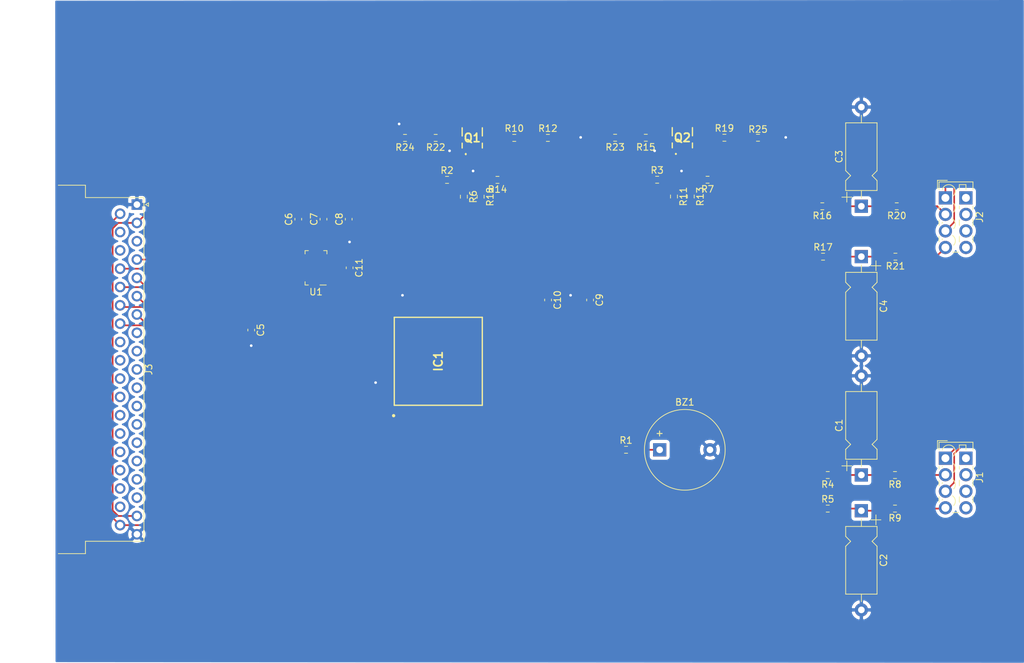
<source format=kicad_pcb>
(kicad_pcb (version 20171130) (host pcbnew "(5.1.10)-1")
  (layers (0 F.Cu signal) (31 B.Cu signal) (34 B.Paste user) (35 F.Paste user) (36 B.SilkS user) (37 F.SilkS user) (38 B.Mask user) (39 F.Mask user) (44 Edge.Cuts user))
  (net 0 "")
  (net 1 "Net-(IC1-Pad100)")
  (net 2 "Net-(IC1-Pad99)")
  (net 3 "Net-(IC1-Pad98)")
  (net 4 "Net-(IC1-Pad97)")
  (net 5 "Net-(IC1-Pad96)")
  (net 6 "Net-(IC1-Pad95)")
  (net 7 GND)
  (net 8 "Net-(IC1-Pad93)")
  (net 9 "Net-(IC1-Pad92)")
  (net 10 "Net-(IC1-Pad91)")
  (net 11 "Net-(IC1-Pad90)")
  (net 12 "Net-(IC1-Pad89)")
  (net 13 "Net-(IC1-Pad88)")
  (net 14 "Net-(IC1-Pad87)")
  (net 15 "Net-(IC1-Pad86)")
  (net 16 "Net-(IC1-Pad85)")
  (net 17 "Net-(IC1-Pad84)")
  (net 18 "Net-(IC1-Pad83)")
  (net 19 "Net-(IC1-Pad82)")
  (net 20 "Net-(IC1-Pad81)")
  (net 21 +3V3)
  (net 22 "Net-(IC1-Pad73)")
  (net 23 /Fire_D)
  (net 24 /Fire_C)
  (net 25 /Fire_B)
  (net 26 /Fire_A)
  (net 27 /Sense_D)
  (net 28 /Sense_C)
  (net 29 /Sense_B)
  (net 30 /Sense_A)
  (net 31 /Fire_Redundant)
  (net 32 /Fire)
  (net 33 "Net-(IC1-Pad62)")
  (net 34 "Net-(C10-Pad2)")
  (net 35 "Net-(C9-Pad2)")
  (net 36 /Alert_Active)
  (net 37 /SWCLK)
  (net 38 /SWDIO)
  (net 39 /Alert_sda)
  (net 40 /Alert_scl)
  (net 41 "Net-(IC1-Pad51)")
  (net 42 "Net-(IC1-Pad50)")
  (net 43 "Net-(IC1-Pad49)")
  (net 44 "Net-(IC1-Pad48)")
  (net 45 "Net-(IC1-Pad47)")
  (net 46 "Net-(IC1-Pad46)")
  (net 47 "Net-(IC1-Pad43)")
  (net 48 "Net-(IC1-Pad42)")
  (net 49 "Net-(IC1-Pad41)")
  (net 50 "Net-(IC1-Pad40)")
  (net 51 "Net-(IC1-Pad39)")
  (net 52 "Net-(IC1-Pad38)")
  (net 53 "Net-(IC1-Pad37)")
  (net 54 "Net-(IC1-Pad36)")
  (net 55 "Net-(IC1-Pad35)")
  (net 56 "Net-(IC1-Pad34)")
  (net 57 "Net-(IC1-Pad33)")
  (net 58 "Net-(IC1-Pad32)")
  (net 59 /Buzzer_Excitation)
  (net 60 "Net-(IC1-Pad30)")
  (net 61 "Net-(IC1-Pad29)")
  (net 62 "Net-(IC1-Pad28)")
  (net 63 "Net-(IC1-Pad27)")
  (net 64 "Net-(IC1-Pad26)")
  (net 65 "Net-(IC1-Pad25)")
  (net 66 "Net-(IC1-Pad24)")
  (net 67 "Net-(IC1-Pad23)")
  (net 68 "Net-(IC1-Pad22)")
  (net 69 "Net-(IC1-Pad21)")
  (net 70 "Net-(IC1-Pad20)")
  (net 71 "Net-(IC1-Pad19)")
  (net 72 "Net-(IC1-Pad18)")
  (net 73 "Net-(IC1-Pad17)")
  (net 74 /NRST)
  (net 75 "Net-(IC1-Pad13)")
  (net 76 "Net-(IC1-Pad12)")
  (net 77 "Net-(IC1-Pad11)")
  (net 78 "Net-(IC1-Pad10)")
  (net 79 "Net-(IC1-Pad9)")
  (net 80 "Net-(IC1-Pad8)")
  (net 81 "Net-(IC1-Pad7)")
  (net 82 "Net-(IC1-Pad6)")
  (net 83 "Net-(IC1-Pad5)")
  (net 84 "Net-(IC1-Pad4)")
  (net 85 "Net-(IC1-Pad3)")
  (net 86 "Net-(IC1-Pad2)")
  (net 87 "Net-(IC1-Pad1)")
  (net 88 "Net-(BZ1-Pad1)")
  (net 89 +5V)
  (net 90 "Net-(C1-Pad1)")
  (net 91 "Net-(C2-Pad1)")
  (net 92 "Net-(J1-Pad2)")
  (net 93 "Net-(J1-Pad4)")
  (net 94 /Fet_A)
  (net 95 /Fet_C)
  (net 96 "Net-(C3-Pad1)")
  (net 97 "Net-(C4-Pad1)")
  (net 98 "Net-(J2-Pad2)")
  (net 99 "Net-(J2-Pad4)")
  (net 100 /Fet_B)
  (net 101 /Fet_D)
  (net 102 /Sheet61A437B4/t_mosi)
  (net 103 /Sheet61A437B4/t_clk)
  (net 104 "Net-(J3-Pad30)")
  (net 105 "Net-(J3-Pad29)")
  (net 106 "Net-(J3-Pad28)")
  (net 107 "Net-(J3-Pad27)")
  (net 108 /Sheet61A437B4/t_miso)
  (net 109 "Net-(J3-Pad12)")
  (net 110 "Net-(J3-Pad11)")
  (net 111 "Net-(J3-Pad10)")
  (net 112 "Net-(J3-Pad9)")
  (net 113 "Net-(J3-Pad8)")
  (net 114 "Net-(Q1-Pad4)")
  (net 115 "Net-(Q1-Pad2)")
  (net 116 "Net-(Q2-Pad4)")
  (net 117 "Net-(Q2-Pad2)")
  (net 118 "Net-(IC1-Pad72)")
  (net 119 "Net-(IC1-Pad71)")
  (net 120 "Net-(IC1-Pad70)")
  (net 121 "Net-(IC1-Pad69)")
  (net 122 "Net-(IC1-Pad68)")
  (net 123 "Net-(IC1-Pad67)")
  (net 124 "Net-(IC1-Pad66)")
  (net 125 "Net-(IC1-Pad65)")
  (net 126 "Net-(IC1-Pad64)")
  (net 127 "Net-(IC1-Pad63)")
  (net 128 "Net-(IC1-Pad53)")
  (net 129 "Net-(IC1-Pad52)")
  (net 130 "Net-(J3-Pad36)")
  (net 131 "Net-(J3-Pad35)")
  (net 132 "Net-(J3-Pad34)")
  (net 133 "Net-(J3-Pad33)")
  (net 134 "Net-(J3-Pad32)")
  (net 135 "Net-(J3-Pad31)")
  (net 136 "Net-(J3-Pad17)")
  (net 137 "Net-(J3-Pad16)")
  (net 138 "Net-(J3-Pad15)")
  (net 139 "Net-(J3-Pad14)")
  (net 140 "Net-(J3-Pad13)")
  (module Connector_Dsub:DSUB-37_Male_Horizontal_P2.77x2.54mm_EdgePinOffset9.40mm (layer F.Cu) (at 34.036 69.596 270)
    (fp_text reference J3 (at 24.93 -1.8 90) (layer F.SilkS))
    (fp_text value DB37_Male)
    (pad 37 thru_hole circle (at 48.475 2.54 270) (size 1.6 1.6) (drill 1) (layers *.Cu *.Mask) (net 89 +5V))
    (pad 36 thru_hole circle (at 45.705 2.54 270) (size 1.6 1.6) (drill 1) (layers *.Cu *.Mask) (net 130 "Net-(J3-Pad36)"))
    (pad 35 thru_hole circle (at 42.935 2.54 270) (size 1.6 1.6) (drill 1) (layers *.Cu *.Mask) (net 131 "Net-(J3-Pad35)"))
    (pad 34 thru_hole circle (at 40.165 2.54 270) (size 1.6 1.6) (drill 1) (layers *.Cu *.Mask) (net 132 "Net-(J3-Pad34)"))
    (pad 33 thru_hole circle (at 37.395 2.54 270) (size 1.6 1.6) (drill 1) (layers *.Cu *.Mask) (net 133 "Net-(J3-Pad33)"))
    (pad 32 thru_hole circle (at 34.625 2.54 270) (size 1.6 1.6) (drill 1) (layers *.Cu *.Mask) (net 134 "Net-(J3-Pad32)"))
    (pad 31 thru_hole circle (at 31.855 2.54 270) (size 1.6 1.6) (drill 1) (layers *.Cu *.Mask) (net 135 "Net-(J3-Pad31)"))
    (pad 30 thru_hole circle (at 29.085 2.54 270) (size 1.6 1.6) (drill 1) (layers *.Cu *.Mask) (net 104 "Net-(J3-Pad30)"))
    (pad 29 thru_hole circle (at 26.315 2.54 270) (size 1.6 1.6) (drill 1) (layers *.Cu *.Mask) (net 105 "Net-(J3-Pad29)"))
    (pad 28 thru_hole circle (at 23.545 2.54 270) (size 1.6 1.6) (drill 1) (layers *.Cu *.Mask) (net 106 "Net-(J3-Pad28)"))
    (pad 27 thru_hole circle (at 20.775 2.54 270) (size 1.6 1.6) (drill 1) (layers *.Cu *.Mask) (net 107 "Net-(J3-Pad27)"))
    (pad 26 thru_hole circle (at 18.005 2.54 270) (size 1.6 1.6) (drill 1) (layers *.Cu *.Mask) (net 31 /Fire_Redundant))
    (pad 25 thru_hole circle (at 15.235 2.54 270) (size 1.6 1.6) (drill 1) (layers *.Cu *.Mask) (net 74 /NRST))
    (pad 24 thru_hole circle (at 12.465 2.54 270) (size 1.6 1.6) (drill 1) (layers *.Cu *.Mask) (net 39 /Alert_sda))
    (pad 23 thru_hole circle (at 9.695 2.54 270) (size 1.6 1.6) (drill 1) (layers *.Cu *.Mask) (net 37 /SWCLK))
    (pad 22 thru_hole circle (at 6.925 2.54 270) (size 1.6 1.6) (drill 1) (layers *.Cu *.Mask) (net 103 /Sheet61A437B4/t_clk))
    (pad 21 thru_hole circle (at 4.155 2.54 270) (size 1.6 1.6) (drill 1) (layers *.Cu *.Mask) (net 102 /Sheet61A437B4/t_mosi))
    (pad 20 thru_hole circle (at 1.385 2.54 270) (size 1.6 1.6) (drill 1) (layers *.Cu *.Mask) (net 89 +5V))
    (pad 19 thru_hole circle (at 49.86 0 270) (size 1.6 1.6) (drill 1) (layers *.Cu *.Mask) (net 7 GND))
    (pad 18 thru_hole circle (at 47.09 0 270) (size 1.6 1.6) (drill 1) (layers *.Cu *.Mask) (net 21 +3V3))
    (pad 17 thru_hole circle (at 44.32 0 270) (size 1.6 1.6) (drill 1) (layers *.Cu *.Mask) (net 136 "Net-(J3-Pad17)"))
    (pad 16 thru_hole circle (at 41.55 0 270) (size 1.6 1.6) (drill 1) (layers *.Cu *.Mask) (net 137 "Net-(J3-Pad16)"))
    (pad 15 thru_hole circle (at 38.78 0 270) (size 1.6 1.6) (drill 1) (layers *.Cu *.Mask) (net 138 "Net-(J3-Pad15)"))
    (pad 14 thru_hole circle (at 36.01 0 270) (size 1.6 1.6) (drill 1) (layers *.Cu *.Mask) (net 139 "Net-(J3-Pad14)"))
    (pad 13 thru_hole circle (at 33.24 0 270) (size 1.6 1.6) (drill 1) (layers *.Cu *.Mask) (net 140 "Net-(J3-Pad13)"))
    (pad 12 thru_hole circle (at 30.47 0 270) (size 1.6 1.6) (drill 1) (layers *.Cu *.Mask) (net 109 "Net-(J3-Pad12)"))
    (pad 11 thru_hole circle (at 27.7 0 270) (size 1.6 1.6) (drill 1) (layers *.Cu *.Mask) (net 110 "Net-(J3-Pad11)"))
    (pad 10 thru_hole circle (at 24.93 0 270) (size 1.6 1.6) (drill 1) (layers *.Cu *.Mask) (net 111 "Net-(J3-Pad10)"))
    (pad 9 thru_hole circle (at 22.16 0 270) (size 1.6 1.6) (drill 1) (layers *.Cu *.Mask) (net 112 "Net-(J3-Pad9)"))
    (pad 8 thru_hole circle (at 19.39 0 270) (size 1.6 1.6) (drill 1) (layers *.Cu *.Mask) (net 113 "Net-(J3-Pad8)"))
    (pad 7 thru_hole circle (at 16.62 0 270) (size 1.6 1.6) (drill 1) (layers *.Cu *.Mask) (net 32 /Fire))
    (pad 6 thru_hole circle (at 13.85 0 270) (size 1.6 1.6) (drill 1) (layers *.Cu *.Mask) (net 36 /Alert_Active))
    (pad 5 thru_hole circle (at 11.08 0 270) (size 1.6 1.6) (drill 1) (layers *.Cu *.Mask) (net 40 /Alert_scl))
    (pad 4 thru_hole circle (at 8.31 0 270) (size 1.6 1.6) (drill 1) (layers *.Cu *.Mask) (net 38 /SWDIO))
    (pad 3 thru_hole circle (at 5.54 0 270) (size 1.6 1.6) (drill 1) (layers *.Cu *.Mask) (net 108 /Sheet61A437B4/t_miso))
    (pad 2 thru_hole circle (at 2.77 0 270) (size 1.6 1.6) (drill 1) (layers *.Cu *.Mask) (net 21 +3V3))
    (pad 1 thru_hole rect (at 0 0 270) (size 1.6 1.6) (drill 1) (layers *.Cu *.Mask) (net 7 GND))
  )
  (module SamacSys_Parts:QFP50P1600X1600X160-100N (layer F.Cu) (at 79.5782 93.2942 90)
    (fp_text reference IC1 (at 0 0 90) (layer F.SilkS) (effects (font (size 1.27 1.27) (thickness 0.254))))
    (fp_text value STM32L562VET6Q hide)
    (pad 100 smd rect (at -6 -7.738 90) (size 0.3 1.475) (layers F.Cu F.Paste F.Mask) (net 1 "Net-(IC1-Pad100)"))
    (pad 99 smd rect (at -5.5 -7.738 90) (size 0.3 1.475) (layers F.Cu F.Paste F.Mask) (net 2 "Net-(IC1-Pad99)"))
    (pad 98 smd rect (at -5 -7.738 90) (size 0.3 1.475) (layers F.Cu F.Paste F.Mask) (net 3 "Net-(IC1-Pad98)"))
    (pad 97 smd rect (at -4.5 -7.738 90) (size 0.3 1.475) (layers F.Cu F.Paste F.Mask) (net 4 "Net-(IC1-Pad97)"))
    (pad 96 smd rect (at -4 -7.738 90) (size 0.3 1.475) (layers F.Cu F.Paste F.Mask) (net 5 "Net-(IC1-Pad96)"))
    (pad 95 smd rect (at -3.5 -7.738 90) (size 0.3 1.475) (layers F.Cu F.Paste F.Mask) (net 6 "Net-(IC1-Pad95)"))
    (pad 94 smd rect (at -3 -7.738 90) (size 0.3 1.475) (layers F.Cu F.Paste F.Mask) (net 7 GND))
    (pad 93 smd rect (at -2.5 -7.738 90) (size 0.3 1.475) (layers F.Cu F.Paste F.Mask) (net 8 "Net-(IC1-Pad93)"))
    (pad 92 smd rect (at -2 -7.738 90) (size 0.3 1.475) (layers F.Cu F.Paste F.Mask) (net 9 "Net-(IC1-Pad92)"))
    (pad 91 smd rect (at -1.5 -7.738 90) (size 0.3 1.475) (layers F.Cu F.Paste F.Mask) (net 10 "Net-(IC1-Pad91)"))
    (pad 90 smd rect (at -1 -7.738 90) (size 0.3 1.475) (layers F.Cu F.Paste F.Mask) (net 11 "Net-(IC1-Pad90)"))
    (pad 89 smd rect (at -0.5 -7.738 90) (size 0.3 1.475) (layers F.Cu F.Paste F.Mask) (net 12 "Net-(IC1-Pad89)"))
    (pad 88 smd rect (at 0 -7.738 90) (size 0.3 1.475) (layers F.Cu F.Paste F.Mask) (net 13 "Net-(IC1-Pad88)"))
    (pad 87 smd rect (at 0.5 -7.738 90) (size 0.3 1.475) (layers F.Cu F.Paste F.Mask) (net 14 "Net-(IC1-Pad87)"))
    (pad 86 smd rect (at 1 -7.738 90) (size 0.3 1.475) (layers F.Cu F.Paste F.Mask) (net 15 "Net-(IC1-Pad86)"))
    (pad 85 smd rect (at 1.5 -7.738 90) (size 0.3 1.475) (layers F.Cu F.Paste F.Mask) (net 16 "Net-(IC1-Pad85)"))
    (pad 84 smd rect (at 2 -7.738 90) (size 0.3 1.475) (layers F.Cu F.Paste F.Mask) (net 17 "Net-(IC1-Pad84)"))
    (pad 83 smd rect (at 2.5 -7.738 90) (size 0.3 1.475) (layers F.Cu F.Paste F.Mask) (net 18 "Net-(IC1-Pad83)"))
    (pad 82 smd rect (at 3 -7.738 90) (size 0.3 1.475) (layers F.Cu F.Paste F.Mask) (net 19 "Net-(IC1-Pad82)"))
    (pad 81 smd rect (at 3.5 -7.738 90) (size 0.3 1.475) (layers F.Cu F.Paste F.Mask) (net 20 "Net-(IC1-Pad81)"))
    (pad 80 smd rect (at 4 -7.738 90) (size 0.3 1.475) (layers F.Cu F.Paste F.Mask) (net 36 /Alert_Active))
    (pad 79 smd rect (at 4.5 -7.738 90) (size 0.3 1.475) (layers F.Cu F.Paste F.Mask) (net 39 /Alert_sda))
    (pad 78 smd rect (at 5 -7.738 90) (size 0.3 1.475) (layers F.Cu F.Paste F.Mask) (net 40 /Alert_scl))
    (pad 77 smd rect (at 5.5 -7.738 90) (size 0.3 1.475) (layers F.Cu F.Paste F.Mask) (net 37 /SWCLK))
    (pad 76 smd rect (at 6 -7.738 90) (size 0.3 1.475) (layers F.Cu F.Paste F.Mask) (net 38 /SWDIO))
    (pad 75 smd rect (at 7.738 -6 180) (size 0.3 1.475) (layers F.Cu F.Paste F.Mask) (net 21 +3V3))
    (pad 74 smd rect (at 7.738 -5.5 180) (size 0.3 1.475) (layers F.Cu F.Paste F.Mask) (net 7 GND))
    (pad 73 smd rect (at 7.738 -5 180) (size 0.3 1.475) (layers F.Cu F.Paste F.Mask) (net 22 "Net-(IC1-Pad73)"))
    (pad 72 smd rect (at 7.738 -4.5 180) (size 0.3 1.475) (layers F.Cu F.Paste F.Mask) (net 118 "Net-(IC1-Pad72)"))
    (pad 71 smd rect (at 7.738 -4 180) (size 0.3 1.475) (layers F.Cu F.Paste F.Mask) (net 119 "Net-(IC1-Pad71)"))
    (pad 70 smd rect (at 7.738 -3.5 180) (size 0.3 1.475) (layers F.Cu F.Paste F.Mask) (net 120 "Net-(IC1-Pad70)"))
    (pad 69 smd rect (at 7.738 -3 180) (size 0.3 1.475) (layers F.Cu F.Paste F.Mask) (net 121 "Net-(IC1-Pad69)"))
    (pad 68 smd rect (at 7.738 -2.5 180) (size 0.3 1.475) (layers F.Cu F.Paste F.Mask) (net 122 "Net-(IC1-Pad68)"))
    (pad 67 smd rect (at 7.738 -2 180) (size 0.3 1.475) (layers F.Cu F.Paste F.Mask) (net 123 "Net-(IC1-Pad67)"))
    (pad 66 smd rect (at 7.738 -1.5 180) (size 0.3 1.475) (layers F.Cu F.Paste F.Mask) (net 124 "Net-(IC1-Pad66)"))
    (pad 65 smd rect (at 7.738 -1 180) (size 0.3 1.475) (layers F.Cu F.Paste F.Mask) (net 125 "Net-(IC1-Pad65)"))
    (pad 64 smd rect (at 7.738 -0.5 180) (size 0.3 1.475) (layers F.Cu F.Paste F.Mask) (net 126 "Net-(IC1-Pad64)"))
    (pad 63 smd rect (at 7.738 0 180) (size 0.3 1.475) (layers F.Cu F.Paste F.Mask) (net 127 "Net-(IC1-Pad63)"))
    (pad 62 smd rect (at 7.738 0.5 180) (size 0.3 1.475) (layers F.Cu F.Paste F.Mask) (net 33 "Net-(IC1-Pad62)"))
    (pad 61 smd rect (at 7.738 1 180) (size 0.3 1.475) (layers F.Cu F.Paste F.Mask) (net 29 /Sense_B))
    (pad 60 smd rect (at 7.738 1.5 180) (size 0.3 1.475) (layers F.Cu F.Paste F.Mask) (net 26 /Fire_A))
    (pad 59 smd rect (at 7.738 2 180) (size 0.3 1.475) (layers F.Cu F.Paste F.Mask) (net 25 /Fire_B))
    (pad 58 smd rect (at 7.738 2.5 180) (size 0.3 1.475) (layers F.Cu F.Paste F.Mask) (net 30 /Sense_A))
    (pad 57 smd rect (at 7.738 3 180) (size 0.3 1.475) (layers F.Cu F.Paste F.Mask) (net 27 /Sense_D))
    (pad 56 smd rect (at 7.738 3.5 180) (size 0.3 1.475) (layers F.Cu F.Paste F.Mask) (net 24 /Fire_C))
    (pad 55 smd rect (at 7.738 4 180) (size 0.3 1.475) (layers F.Cu F.Paste F.Mask) (net 23 /Fire_D))
    (pad 54 smd rect (at 7.738 4.5 180) (size 0.3 1.475) (layers F.Cu F.Paste F.Mask) (net 28 /Sense_C))
    (pad 53 smd rect (at 7.738 5 180) (size 0.3 1.475) (layers F.Cu F.Paste F.Mask) (net 128 "Net-(IC1-Pad53)"))
    (pad 52 smd rect (at 7.738 5.5 180) (size 0.3 1.475) (layers F.Cu F.Paste F.Mask) (net 129 "Net-(IC1-Pad52)"))
    (pad 51 smd rect (at 7.738 6 180) (size 0.3 1.475) (layers F.Cu F.Paste F.Mask) (net 41 "Net-(IC1-Pad51)"))
    (pad 50 smd rect (at 6 7.738 90) (size 0.3 1.475) (layers F.Cu F.Paste F.Mask) (net 42 "Net-(IC1-Pad50)"))
    (pad 49 smd rect (at 5.5 7.738 90) (size 0.3 1.475) (layers F.Cu F.Paste F.Mask) (net 43 "Net-(IC1-Pad49)"))
    (pad 48 smd rect (at 5 7.738 90) (size 0.3 1.475) (layers F.Cu F.Paste F.Mask) (net 44 "Net-(IC1-Pad48)"))
    (pad 47 smd rect (at 4.5 7.738 90) (size 0.3 1.475) (layers F.Cu F.Paste F.Mask) (net 45 "Net-(IC1-Pad47)"))
    (pad 46 smd rect (at 4 7.738 90) (size 0.3 1.475) (layers F.Cu F.Paste F.Mask) (net 46 "Net-(IC1-Pad46)"))
    (pad 45 smd rect (at 3.5 7.738 90) (size 0.3 1.475) (layers F.Cu F.Paste F.Mask) (net 34 "Net-(C10-Pad2)"))
    (pad 44 smd rect (at 3 7.738 90) (size 0.3 1.475) (layers F.Cu F.Paste F.Mask) (net 35 "Net-(C9-Pad2)"))
    (pad 43 smd rect (at 2.5 7.738 90) (size 0.3 1.475) (layers F.Cu F.Paste F.Mask) (net 47 "Net-(IC1-Pad43)"))
    (pad 42 smd rect (at 2 7.738 90) (size 0.3 1.475) (layers F.Cu F.Paste F.Mask) (net 48 "Net-(IC1-Pad42)"))
    (pad 41 smd rect (at 1.5 7.738 90) (size 0.3 1.475) (layers F.Cu F.Paste F.Mask) (net 49 "Net-(IC1-Pad41)"))
    (pad 40 smd rect (at 1 7.738 90) (size 0.3 1.475) (layers F.Cu F.Paste F.Mask) (net 50 "Net-(IC1-Pad40)"))
    (pad 39 smd rect (at 0.5 7.738 90) (size 0.3 1.475) (layers F.Cu F.Paste F.Mask) (net 51 "Net-(IC1-Pad39)"))
    (pad 38 smd rect (at 0 7.738 90) (size 0.3 1.475) (layers F.Cu F.Paste F.Mask) (net 52 "Net-(IC1-Pad38)"))
    (pad 37 smd rect (at -0.5 7.738 90) (size 0.3 1.475) (layers F.Cu F.Paste F.Mask) (net 53 "Net-(IC1-Pad37)"))
    (pad 36 smd rect (at -1 7.738 90) (size 0.3 1.475) (layers F.Cu F.Paste F.Mask) (net 54 "Net-(IC1-Pad36)"))
    (pad 35 smd rect (at -1.5 7.738 90) (size 0.3 1.475) (layers F.Cu F.Paste F.Mask) (net 55 "Net-(IC1-Pad35)"))
    (pad 34 smd rect (at -2 7.738 90) (size 0.3 1.475) (layers F.Cu F.Paste F.Mask) (net 56 "Net-(IC1-Pad34)"))
    (pad 33 smd rect (at -2.5 7.738 90) (size 0.3 1.475) (layers F.Cu F.Paste F.Mask) (net 57 "Net-(IC1-Pad33)"))
    (pad 32 smd rect (at -3 7.738 90) (size 0.3 1.475) (layers F.Cu F.Paste F.Mask) (net 58 "Net-(IC1-Pad32)"))
    (pad 31 smd rect (at -3.5 7.738 90) (size 0.3 1.475) (layers F.Cu F.Paste F.Mask) (net 59 /Buzzer_Excitation))
    (pad 30 smd rect (at -4 7.738 90) (size 0.3 1.475) (layers F.Cu F.Paste F.Mask) (net 60 "Net-(IC1-Pad30)"))
    (pad 29 smd rect (at -4.5 7.738 90) (size 0.3 1.475) (layers F.Cu F.Paste F.Mask) (net 61 "Net-(IC1-Pad29)"))
    (pad 28 smd rect (at -5 7.738 90) (size 0.3 1.475) (layers F.Cu F.Paste F.Mask) (net 62 "Net-(IC1-Pad28)"))
    (pad 27 smd rect (at -5.5 7.738 90) (size 0.3 1.475) (layers F.Cu F.Paste F.Mask) (net 63 "Net-(IC1-Pad27)"))
    (pad 26 smd rect (at -6 7.738 90) (size 0.3 1.475) (layers F.Cu F.Paste F.Mask) (net 64 "Net-(IC1-Pad26)"))
    (pad 25 smd rect (at -7.738 6 180) (size 0.3 1.475) (layers F.Cu F.Paste F.Mask) (net 65 "Net-(IC1-Pad25)"))
    (pad 24 smd rect (at -7.738 5.5 180) (size 0.3 1.475) (layers F.Cu F.Paste F.Mask) (net 66 "Net-(IC1-Pad24)"))
    (pad 23 smd rect (at -7.738 5 180) (size 0.3 1.475) (layers F.Cu F.Paste F.Mask) (net 67 "Net-(IC1-Pad23)"))
    (pad 22 smd rect (at -7.738 4.5 180) (size 0.3 1.475) (layers F.Cu F.Paste F.Mask) (net 68 "Net-(IC1-Pad22)"))
    (pad 21 smd rect (at -7.738 4 180) (size 0.3 1.475) (layers F.Cu F.Paste F.Mask) (net 69 "Net-(IC1-Pad21)"))
    (pad 20 smd rect (at -7.738 3.5 180) (size 0.3 1.475) (layers F.Cu F.Paste F.Mask) (net 70 "Net-(IC1-Pad20)"))
    (pad 19 smd rect (at -7.738 3 180) (size 0.3 1.475) (layers F.Cu F.Paste F.Mask) (net 71 "Net-(IC1-Pad19)"))
    (pad 18 smd rect (at -7.738 2.5 180) (size 0.3 1.475) (layers F.Cu F.Paste F.Mask) (net 72 "Net-(IC1-Pad18)"))
    (pad 17 smd rect (at -7.738 2 180) (size 0.3 1.475) (layers F.Cu F.Paste F.Mask) (net 73 "Net-(IC1-Pad17)"))
    (pad 16 smd rect (at -7.738 1.5 180) (size 0.3 1.475) (layers F.Cu F.Paste F.Mask) (net 31 /Fire_Redundant))
    (pad 15 smd rect (at -7.738 1 180) (size 0.3 1.475) (layers F.Cu F.Paste F.Mask) (net 32 /Fire))
    (pad 14 smd rect (at -7.738 0.5 180) (size 0.3 1.475) (layers F.Cu F.Paste F.Mask) (net 74 /NRST))
    (pad 13 smd rect (at -7.738 0 180) (size 0.3 1.475) (layers F.Cu F.Paste F.Mask) (net 75 "Net-(IC1-Pad13)"))
    (pad 12 smd rect (at -7.738 -0.5 180) (size 0.3 1.475) (layers F.Cu F.Paste F.Mask) (net 76 "Net-(IC1-Pad12)"))
    (pad 11 smd rect (at -7.738 -1 180) (size 0.3 1.475) (layers F.Cu F.Paste F.Mask) (net 77 "Net-(IC1-Pad11)"))
    (pad 10 smd rect (at -7.738 -1.5 180) (size 0.3 1.475) (layers F.Cu F.Paste F.Mask) (net 78 "Net-(IC1-Pad10)"))
    (pad 9 smd rect (at -7.738 -2 180) (size 0.3 1.475) (layers F.Cu F.Paste F.Mask) (net 79 "Net-(IC1-Pad9)"))
    (pad 8 smd rect (at -7.738 -2.5 180) (size 0.3 1.475) (layers F.Cu F.Paste F.Mask) (net 80 "Net-(IC1-Pad8)"))
    (pad 7 smd rect (at -7.738 -3 180) (size 0.3 1.475) (layers F.Cu F.Paste F.Mask) (net 81 "Net-(IC1-Pad7)"))
    (pad 6 smd rect (at -7.738 -3.5 180) (size 0.3 1.475) (layers F.Cu F.Paste F.Mask) (net 82 "Net-(IC1-Pad6)"))
    (pad 5 smd rect (at -7.738 -4 180) (size 0.3 1.475) (layers F.Cu F.Paste F.Mask) (net 83 "Net-(IC1-Pad5)"))
    (pad 4 smd rect (at -7.738 -4.5 180) (size 0.3 1.475) (layers F.Cu F.Paste F.Mask) (net 84 "Net-(IC1-Pad4)"))
    (pad 3 smd rect (at -7.738 -5 180) (size 0.3 1.475) (layers F.Cu F.Paste F.Mask) (net 85 "Net-(IC1-Pad3)"))
    (pad 2 smd rect (at -7.738 -5.5 180) (size 0.3 1.475) (layers F.Cu F.Paste F.Mask) (net 86 "Net-(IC1-Pad2)"))
    (pad 1 smd rect (at -7.738 -6 180) (size 0.3 1.475) (layers F.Cu F.Paste F.Mask) (net 87 "Net-(IC1-Pad1)"))
  )
  (module Capacitor_SMD:C_0603_1608Metric (layer F.Cu) (at 66.1797 79.1591 270)
    (fp_text reference C11 (at 0 -1.43 90) (layer F.SilkS))
    (fp_text value 100nF)
    (pad 2 smd roundrect (at 0.775 0 270) (size 0.9 0.95) (layers F.Cu F.Paste F.Mask) (net 21 +3V3))
    (pad 1 smd roundrect (at -0.775 0 270) (size 0.9 0.95) (layers F.Cu F.Paste F.Mask) (net 7 GND))
  )
  (module Capacitor_SMD:C_0603_1608Metric (layer F.Cu) (at 96.1644 84.0232 270)
    (fp_text reference C10 (at 0 -1.43 90) (layer F.SilkS))
    (fp_text value 30pF)
    (pad 2 smd roundrect (at 0.775 0 270) (size 0.9 0.95) (layers F.Cu F.Paste F.Mask) (net 34 "Net-(C10-Pad2)"))
    (pad 1 smd roundrect (at -0.775 0 270) (size 0.9 0.95) (layers F.Cu F.Paste F.Mask) (net 7 GND))
  )
  (module Capacitor_SMD:C_0603_1608Metric (layer F.Cu) (at 102.5144 84.0232 270)
    (fp_text reference C9 (at 0 -1.43 90) (layer F.SilkS))
    (fp_text value 30pF)
    (pad 2 smd roundrect (at 0.775 0 270) (size 0.9 0.95) (layers F.Cu F.Paste F.Mask) (net 35 "Net-(C9-Pad2)"))
    (pad 1 smd roundrect (at -0.775 0 270) (size 0.9 0.95) (layers F.Cu F.Paste F.Mask) (net 7 GND))
  )
  (module Capacitor_SMD:C_0603_1608Metric (layer F.Cu) (at 66.04 71.8058 90)
    (fp_text reference C8 (at 0 -1.43 90) (layer F.SilkS))
    (fp_text value 100nF)
    (pad 2 smd roundrect (at 0.775 0 90) (size 0.9 0.95) (layers F.Cu F.Paste F.Mask) (net 21 +3V3))
    (pad 1 smd roundrect (at -0.775 0 90) (size 0.9 0.95) (layers F.Cu F.Paste F.Mask) (net 7 GND))
  )
  (module Capacitor_SMD:C_0603_1608Metric (layer F.Cu) (at 62.23 71.8058 90)
    (fp_text reference C7 (at 0 -1.43 90) (layer F.SilkS))
    (fp_text value 100nF)
    (pad 2 smd roundrect (at 0.775 0 90) (size 0.9 0.95) (layers F.Cu F.Paste F.Mask) (net 21 +3V3))
    (pad 1 smd roundrect (at -0.775 0 90) (size 0.9 0.95) (layers F.Cu F.Paste F.Mask) (net 7 GND))
  )
  (module Capacitor_SMD:C_0603_1608Metric (layer F.Cu) (at 58.42 71.8058 90)
    (fp_text reference C6 (at 0 -1.43 90) (layer F.SilkS))
    (fp_text value 1uF)
    (pad 2 smd roundrect (at 0.775 0 90) (size 0.9 0.95) (layers F.Cu F.Paste F.Mask) (net 21 +3V3))
    (pad 1 smd roundrect (at -0.775 0 90) (size 0.9 0.95) (layers F.Cu F.Paste F.Mask) (net 7 GND))
  )
  (module Capacitor_SMD:C_0603_1608Metric (layer F.Cu) (at 51.308 88.5698 270)
    (fp_text reference C5 (at 0 -1.43 90) (layer F.SilkS))
    (fp_text value 100nF)
    (pad 2 smd roundrect (at 0.775 0 270) (size 0.9 0.95) (layers F.Cu F.Paste F.Mask) (net 7 GND))
    (pad 1 smd roundrect (at -0.775 0 270) (size 0.9 0.95) (layers F.Cu F.Paste F.Mask) (net 74 /NRST))
  )
  (module Capacitor_THT:CP_Axial_L10.0mm_D4.5mm_P15.00mm_Horizontal (layer F.Cu) (at 143.51 77.47 270)
    (fp_text reference C4 (at 7.5 -3.37 90) (layer F.SilkS))
    (fp_text value CP1_Small)
    (pad 2 thru_hole oval (at 15 0 270) (size 2 2) (drill 1) (layers *.Cu *.Mask) (net 7 GND))
    (pad 1 thru_hole rect (at 0 0 270) (size 2 2) (drill 1) (layers *.Cu *.Mask) (net 97 "Net-(C4-Pad1)"))
  )
  (module Capacitor_THT:CP_Axial_L10.0mm_D4.5mm_P15.00mm_Horizontal (layer F.Cu) (at 143.51 69.85 90)
    (fp_text reference C3 (at 7.5 -3.37 90) (layer F.SilkS))
    (fp_text value CP1_Small)
    (pad 2 thru_hole oval (at 15 0 90) (size 2 2) (drill 1) (layers *.Cu *.Mask) (net 7 GND))
    (pad 1 thru_hole rect (at 0 0 90) (size 2 2) (drill 1) (layers *.Cu *.Mask) (net 96 "Net-(C3-Pad1)"))
  )
  (module Capacitor_THT:CP_Axial_L10.0mm_D4.5mm_P15.00mm_Horizontal (layer F.Cu) (at 143.51 115.89 270)
    (fp_text reference C2 (at 7.5 -3.37 90) (layer F.SilkS))
    (fp_text value CP1_Small)
    (pad 2 thru_hole oval (at 15 0 270) (size 2 2) (drill 1) (layers *.Cu *.Mask) (net 7 GND))
    (pad 1 thru_hole rect (at 0 0 270) (size 2 2) (drill 1) (layers *.Cu *.Mask) (net 91 "Net-(C2-Pad1)"))
  )
  (module Capacitor_THT:CP_Axial_L10.0mm_D4.5mm_P15.00mm_Horizontal (layer F.Cu) (at 143.51 110.49 90)
    (fp_text reference C1 (at 7.5 -3.37 90) (layer F.SilkS))
    (fp_text value CP1_Small)
    (pad 2 thru_hole oval (at 15 0 90) (size 2 2) (drill 1) (layers *.Cu *.Mask) (net 7 GND))
    (pad 1 thru_hole rect (at 0 0 90) (size 2 2) (drill 1) (layers *.Cu *.Mask) (net 90 "Net-(C1-Pad1)"))
  )
  (module SamacSys_Parts:SI7232DNT1GE3 (layer F.Cu) (at 116.459 59.4868)
    (fp_text reference Q2 (at 0 0) (layer F.SilkS) (effects (font (size 1.27 1.27) (thickness 0.254))))
    (fp_text value SI7232DN-T1-GE3 hide)
    (pad 16 smd rect (at 0.158 -1.25) (size 0.065 0.16) (layers F.Cu F.Paste F.Mask) (net 95 /Fet_C))
    (pad 15 smd rect (at -0.158 -1.25) (size 0.065 0.16) (layers F.Cu F.Paste F.Mask) (net 101 /Fet_D))
    (pad 14 smd rect (at 0.695 -0.675) (size 1.01 1.31) (layers F.Cu F.Paste F.Mask) (net 95 /Fet_C))
    (pad 13 smd rect (at 0.945 0.195 90) (size 0.43 1.51) (layers F.Cu F.Paste F.Mask) (net 95 /Fet_C))
    (pad 12 smd rect (at 0.755 0.455 90) (size 0.09 1.13) (layers F.Cu F.Paste F.Mask) (net 95 /Fet_C))
    (pad 11 smd rect (at -0.755 0.455 90) (size 0.09 1.13) (layers F.Cu F.Paste F.Mask) (net 101 /Fet_D))
    (pad 10 smd rect (at -0.945 0.195 90) (size 0.43 1.51) (layers F.Cu F.Paste F.Mask) (net 101 /Fet_D))
    (pad 9 smd rect (at -0.695 -0.675) (size 1.01 1.31) (layers F.Cu F.Paste F.Mask) (net 101 /Fet_D))
    (pad 8 smd rect (at -0.975 -1.63) (size 0.4 0.6) (layers F.Cu F.Paste F.Mask) (net 101 /Fet_D))
    (pad 7 smd rect (at -0.325 -1.63) (size 0.4 0.6) (layers F.Cu F.Paste F.Mask) (net 101 /Fet_D))
    (pad 6 smd rect (at 0.325 -1.63) (size 0.4 0.6) (layers F.Cu F.Paste F.Mask) (net 95 /Fet_C))
    (pad 5 smd rect (at 0.975 -1.63) (size 0.4 0.6) (layers F.Cu F.Paste F.Mask) (net 95 /Fet_C))
    (pad 4 smd rect (at 0.975 1.55) (size 0.35 0.76) (layers F.Cu F.Paste F.Mask) (net 116 "Net-(Q2-Pad4)"))
    (pad 3 smd rect (at 0.325 1.55) (size 0.35 0.76) (layers F.Cu F.Paste F.Mask) (net 7 GND))
    (pad 2 smd rect (at -0.325 1.55) (size 0.35 0.76) (layers F.Cu F.Paste F.Mask) (net 117 "Net-(Q2-Pad2)"))
    (pad 1 smd rect (at -0.975 1.55) (size 0.35 0.76) (layers F.Cu F.Paste F.Mask) (net 7 GND))
  )
  (module SamacSys_Parts:SI7232DNT1GE3 (layer F.Cu) (at 84.709 59.5122)
    (fp_text reference Q1 (at 0 0) (layer F.SilkS) (effects (font (size 1.27 1.27) (thickness 0.254))))
    (fp_text value SI7232DN-T1-GE3 hide)
    (pad 16 smd rect (at 0.158 -1.25) (size 0.065 0.16) (layers F.Cu F.Paste F.Mask) (net 94 /Fet_A))
    (pad 15 smd rect (at -0.158 -1.25) (size 0.065 0.16) (layers F.Cu F.Paste F.Mask) (net 100 /Fet_B))
    (pad 14 smd rect (at 0.695 -0.675) (size 1.01 1.31) (layers F.Cu F.Paste F.Mask) (net 94 /Fet_A))
    (pad 13 smd rect (at 0.945 0.195 90) (size 0.43 1.51) (layers F.Cu F.Paste F.Mask) (net 94 /Fet_A))
    (pad 12 smd rect (at 0.755 0.455 90) (size 0.09 1.13) (layers F.Cu F.Paste F.Mask) (net 94 /Fet_A))
    (pad 11 smd rect (at -0.755 0.455 90) (size 0.09 1.13) (layers F.Cu F.Paste F.Mask) (net 100 /Fet_B))
    (pad 10 smd rect (at -0.945 0.195 90) (size 0.43 1.51) (layers F.Cu F.Paste F.Mask) (net 100 /Fet_B))
    (pad 9 smd rect (at -0.695 -0.675) (size 1.01 1.31) (layers F.Cu F.Paste F.Mask) (net 100 /Fet_B))
    (pad 8 smd rect (at -0.975 -1.63) (size 0.4 0.6) (layers F.Cu F.Paste F.Mask) (net 100 /Fet_B))
    (pad 7 smd rect (at -0.325 -1.63) (size 0.4 0.6) (layers F.Cu F.Paste F.Mask) (net 100 /Fet_B))
    (pad 6 smd rect (at 0.325 -1.63) (size 0.4 0.6) (layers F.Cu F.Paste F.Mask) (net 94 /Fet_A))
    (pad 5 smd rect (at 0.975 -1.63) (size 0.4 0.6) (layers F.Cu F.Paste F.Mask) (net 94 /Fet_A))
    (pad 4 smd rect (at 0.975 1.55) (size 0.35 0.76) (layers F.Cu F.Paste F.Mask) (net 114 "Net-(Q1-Pad4)"))
    (pad 3 smd rect (at 0.325 1.55) (size 0.35 0.76) (layers F.Cu F.Paste F.Mask) (net 7 GND))
    (pad 2 smd rect (at -0.325 1.55) (size 0.35 0.76) (layers F.Cu F.Paste F.Mask) (net 115 "Net-(Q1-Pad2)"))
    (pad 1 smd rect (at -0.975 1.55) (size 0.35 0.76) (layers F.Cu F.Paste F.Mask) (net 7 GND))
  )
  (module TerminalBlock_Phoenix:TerminalBlock_Phoenix_PTSM-0,5-4-2.5-V-THR_1x04_P2.50mm_Vertical (layer F.Cu) (at 156.21 68.58 270)
    (fp_text reference J2 (at 2.9 -5.16 90) (layer F.SilkS))
    (fp_text value Screw_Terminal_01x04)
    (pad 4 thru_hole circle (at 7.5 -3.1 270) (size 2 2) (drill 1.2) (layers *.Cu *.Mask) (net 99 "Net-(J2-Pad4)"))
    (pad 4 thru_hole circle (at 7.5 0 270) (size 2 2) (drill 1.2) (layers *.Cu *.Mask) (net 99 "Net-(J2-Pad4)"))
    (pad 3 thru_hole circle (at 5 -3.1 270) (size 2 2) (drill 1.2) (layers *.Cu *.Mask) (net 101 /Fet_D))
    (pad 3 thru_hole circle (at 5 0 270) (size 2 2) (drill 1.2) (layers *.Cu *.Mask) (net 101 /Fet_D))
    (pad 2 thru_hole circle (at 2.5 -3.1 270) (size 2 2) (drill 1.2) (layers *.Cu *.Mask) (net 98 "Net-(J2-Pad2)"))
    (pad 2 thru_hole circle (at 2.5 0 270) (size 2 2) (drill 1.2) (layers *.Cu *.Mask) (net 98 "Net-(J2-Pad2)"))
    (pad 1 thru_hole rect (at 0 -3.1 270) (size 2 2) (drill 1.2) (layers *.Cu *.Mask) (net 95 /Fet_C))
    (pad 1 thru_hole rect (at 0 0 270) (size 2 2) (drill 1.2) (layers *.Cu *.Mask) (net 95 /Fet_C))
  )
  (module TerminalBlock_Phoenix:TerminalBlock_Phoenix_PTSM-0,5-4-2.5-V-THR_1x04_P2.50mm_Vertical (layer F.Cu) (at 156.21 107.95 270)
    (fp_text reference J1 (at 2.9 -5.16 90) (layer F.SilkS))
    (fp_text value Screw_Terminal_01x04)
    (pad 4 thru_hole circle (at 7.5 -3.1 270) (size 2 2) (drill 1.2) (layers *.Cu *.Mask) (net 93 "Net-(J1-Pad4)"))
    (pad 4 thru_hole circle (at 7.5 0 270) (size 2 2) (drill 1.2) (layers *.Cu *.Mask) (net 93 "Net-(J1-Pad4)"))
    (pad 3 thru_hole circle (at 5 -3.1 270) (size 2 2) (drill 1.2) (layers *.Cu *.Mask) (net 100 /Fet_B))
    (pad 3 thru_hole circle (at 5 0 270) (size 2 2) (drill 1.2) (layers *.Cu *.Mask) (net 100 /Fet_B))
    (pad 2 thru_hole circle (at 2.5 -3.1 270) (size 2 2) (drill 1.2) (layers *.Cu *.Mask) (net 92 "Net-(J1-Pad2)"))
    (pad 2 thru_hole circle (at 2.5 0 270) (size 2 2) (drill 1.2) (layers *.Cu *.Mask) (net 92 "Net-(J1-Pad2)"))
    (pad 1 thru_hole rect (at 0 -3.1 270) (size 2 2) (drill 1.2) (layers *.Cu *.Mask) (net 94 /Fet_A))
    (pad 1 thru_hole rect (at 0 0 270) (size 2 2) (drill 1.2) (layers *.Cu *.Mask) (net 94 /Fet_A))
  )
  (module Buzzer_Beeper:Buzzer_12x9.5RM7.6 (layer F.Cu) (at 113.03 106.68)
    (fp_text reference BZ1 (at 3.8 -7.2) (layer F.SilkS))
    (fp_text value Buzzer)
    (fp_text user + (at -0.01 -2.54) (layer F.SilkS))
    (pad 2 thru_hole circle (at 7.6 0) (size 2 2) (drill 1) (layers *.Cu *.Mask) (net 7 GND))
    (pad 1 thru_hole rect (at 0 0) (size 2 2) (drill 1) (layers *.Cu *.Mask) (net 88 "Net-(BZ1-Pad1)"))
  )
  (module Package_LGA:LGA-8_3x5mm_P1.25mm (layer F.Cu) (at 61.0997 79.1591 180)
    (fp_text reference U1 (at 0 -3.65) (layer F.SilkS))
    (fp_text value MS5607-02BA)
    (pad 4 smd rect (at -1.075 1.875 180) (size 0.95 0.55) (layers F.Cu F.Paste F.Mask) (net 7 GND))
    (pad 1 smd rect (at -1.075 -1.875 180) (size 0.95 0.55) (layers F.Cu F.Paste F.Mask) (net 21 +3V3))
    (pad 2 smd rect (at -1.075 -0.625 180) (size 0.95 0.55) (layers F.Cu F.Paste F.Mask) (net 21 +3V3))
    (pad 3 smd rect (at -1.075 0.625 180) (size 0.95 0.55) (layers F.Cu F.Paste F.Mask) (net 7 GND))
    (pad 8 smd rect (at 1.075 -1.875 180) (size 0.95 0.55) (layers F.Cu F.Paste F.Mask) (net 37 /SWCLK))
    (pad 7 smd rect (at 1.075 -0.625 180) (size 0.95 0.55) (layers F.Cu F.Paste F.Mask) (net 38 /SWDIO))
    (pad 6 smd rect (at 1.075 0.625 180) (size 0.95 0.55) (layers F.Cu F.Paste F.Mask) (net 7 GND))
    (pad 5 smd rect (at 1.075 1.875 180) (size 0.95 0.55) (layers F.Cu F.Paste F.Mask) (net 7 GND))
  )
  (module Resistor_SMD:R_0603_1608Metric (layer F.Cu) (at 127.889 59.4868)
    (fp_text reference R25 (at 0 -1.27) (layer F.SilkS))
    (fp_text value 27k)
    (pad 2 smd roundrect (at 0.825 0) (size 0.8 0.95) (layers F.Cu F.Paste F.Mask) (net 7 GND))
    (pad 1 smd roundrect (at -0.825 0) (size 0.8 0.95) (layers F.Cu F.Paste F.Mask) (net 28 /Sense_C))
  )
  (module Resistor_SMD:R_0603_1608Metric (layer F.Cu) (at 74.549 59.5122 180)
    (fp_text reference R24 (at 0 -1.43) (layer F.SilkS))
    (fp_text value 27k)
    (pad 1 smd roundrect (at -0.825 0 180) (size 0.8 0.95) (layers F.Cu F.Paste F.Mask) (net 29 /Sense_B))
    (pad 2 smd roundrect (at 0.825 0 180) (size 0.8 0.95) (layers F.Cu F.Paste F.Mask) (net 7 GND))
  )
  (module Resistor_SMD:R_0603_1608Metric (layer F.Cu) (at 106.299 59.4868 180)
    (fp_text reference R23 (at 0 -1.43) (layer F.SilkS))
    (fp_text value 27k)
    (pad 2 smd roundrect (at 0.825 0 180) (size 0.8 0.95) (layers F.Cu F.Paste F.Mask) (net 7 GND))
    (pad 1 smd roundrect (at -0.825 0 180) (size 0.8 0.95) (layers F.Cu F.Paste F.Mask) (net 27 /Sense_D))
  )
  (module Resistor_SMD:R_0603_1608Metric (layer F.Cu) (at 79.184 59.5122 180)
    (fp_text reference R22 (at 0 -1.43) (layer F.SilkS))
    (fp_text value 100k)
    (pad 2 smd roundrect (at 0.825 0 180) (size 0.8 0.95) (layers F.Cu F.Paste F.Mask) (net 29 /Sense_B))
    (pad 1 smd roundrect (at -0.825 0 180) (size 0.8 0.95) (layers F.Cu F.Paste F.Mask) (net 100 /Fet_B))
  )
  (module Resistor_SMD:R_0603_1608Metric (layer F.Cu) (at 148.654 77.47 180)
    (fp_text reference R21 (at 0 -1.43) (layer F.SilkS))
    (fp_text value 0.25)
    (pad 2 smd roundrect (at 0.825 0 180) (size 0.8 0.95) (layers F.Cu F.Paste F.Mask) (net 97 "Net-(C4-Pad1)"))
    (pad 1 smd roundrect (at -0.825 0 180) (size 0.8 0.95) (layers F.Cu F.Paste F.Mask) (net 99 "Net-(J2-Pad4)"))
  )
  (module Resistor_SMD:R_0603_1608Metric (layer F.Cu) (at 148.8572 69.85 180)
    (fp_text reference R20 (at 0 -1.43) (layer F.SilkS))
    (fp_text value 0.25)
    (pad 2 smd roundrect (at 0.825 0 180) (size 0.8 0.95) (layers F.Cu F.Paste F.Mask) (net 96 "Net-(C3-Pad1)"))
    (pad 1 smd roundrect (at -0.825 0 180) (size 0.8 0.95) (layers F.Cu F.Paste F.Mask) (net 98 "Net-(J2-Pad2)"))
  )
  (module Resistor_SMD:R_0603_1608Metric (layer F.Cu) (at 122.809 59.4868)
    (fp_text reference R19 (at 0 -1.43) (layer F.SilkS))
    (fp_text value 100k)
    (pad 2 smd roundrect (at 0.825 0) (size 0.8 0.95) (layers F.Cu F.Paste F.Mask) (net 28 /Sense_C))
    (pad 1 smd roundrect (at -0.825 0) (size 0.8 0.95) (layers F.Cu F.Paste F.Mask) (net 95 /Fet_C))
  )
  (module Resistor_SMD:R_0603_1608Metric (layer F.Cu) (at 85.979 68.4022 270)
    (fp_text reference R18 (at 0 -1.43 90) (layer F.SilkS))
    (fp_text value 10k)
    (pad 2 smd roundrect (at 0.825 0 270) (size 0.8 0.95) (layers F.Cu F.Paste F.Mask) (net 7 GND))
    (pad 1 smd roundrect (at -0.825 0 270) (size 0.8 0.95) (layers F.Cu F.Paste F.Mask) (net 114 "Net-(Q1-Pad4)"))
  )
  (module Resistor_SMD:R_0603_1608Metric (layer F.Cu) (at 137.7188 77.47)
    (fp_text reference R17 (at 0 -1.43) (layer F.SilkS))
    (fp_text value 10)
    (pad 2 smd roundrect (at 0.825 0) (size 0.8 0.95) (layers F.Cu F.Paste F.Mask) (net 97 "Net-(C4-Pad1)"))
    (pad 1 smd roundrect (at -0.825 0) (size 0.8 0.95) (layers F.Cu F.Paste F.Mask) (net 89 +5V))
  )
  (module Resistor_SMD:R_0603_1608Metric (layer F.Cu) (at 137.605 69.85 180)
    (fp_text reference R16 (at 0 -1.43 180) (layer F.SilkS))
    (fp_text value 10)
    (pad 2 smd roundrect (at 0.825 0 180) (size 0.8 0.95) (layers F.Cu F.Paste F.Mask) (net 89 +5V))
    (pad 1 smd roundrect (at -0.825 0 180) (size 0.8 0.95) (layers F.Cu F.Paste F.Mask) (net 96 "Net-(C3-Pad1)"))
  )
  (module Resistor_SMD:R_0603_1608Metric (layer F.Cu) (at 110.934 59.4868 180)
    (fp_text reference R15 (at 0 -1.43) (layer F.SilkS))
    (fp_text value 100k)
    (pad 2 smd roundrect (at 0.825 0 180) (size 0.8 0.95) (layers F.Cu F.Paste F.Mask) (net 27 /Sense_D))
    (pad 1 smd roundrect (at -0.825 0 180) (size 0.8 0.95) (layers F.Cu F.Paste F.Mask) (net 101 /Fet_D))
  )
  (module Resistor_SMD:R_0603_1608Metric (layer F.Cu) (at 88.519 65.8622 180)
    (fp_text reference R14 (at 0 -1.43) (layer F.SilkS))
    (fp_text value 1k)
    (pad 2 smd roundrect (at 0.825 0 180) (size 0.8 0.95) (layers F.Cu F.Paste F.Mask) (net 114 "Net-(Q1-Pad4)"))
    (pad 1 smd roundrect (at -0.825 0 180) (size 0.8 0.95) (layers F.Cu F.Paste F.Mask) (net 25 /Fire_B))
  )
  (module Resistor_SMD:R_0603_1608Metric (layer F.Cu) (at 117.729 68.3768 270)
    (fp_text reference R13 (at 0 -1.43 90) (layer F.SilkS))
    (fp_text value 10k)
    (pad 2 smd roundrect (at 0.825 0 270) (size 0.8 0.95) (layers F.Cu F.Paste F.Mask) (net 7 GND))
    (pad 1 smd roundrect (at -0.825 0 270) (size 0.8 0.95) (layers F.Cu F.Paste F.Mask) (net 116 "Net-(Q2-Pad4)"))
  )
  (module Resistor_SMD:R_0603_1608Metric (layer F.Cu) (at 96.139 59.5122)
    (fp_text reference R12 (at 0 -1.43) (layer F.SilkS))
    (fp_text value 27k)
    (pad 2 smd roundrect (at 0.825 0) (size 0.8 0.95) (layers F.Cu F.Paste F.Mask) (net 7 GND))
    (pad 1 smd roundrect (at -0.825 0) (size 0.8 0.95) (layers F.Cu F.Paste F.Mask) (net 30 /Sense_A))
  )
  (module Resistor_SMD:R_0603_1608Metric (layer F.Cu) (at 115.189 68.3768 270)
    (fp_text reference R11 (at 0 -1.43 90) (layer F.SilkS))
    (fp_text value 10k)
    (pad 2 smd roundrect (at 0.825 0 270) (size 0.8 0.95) (layers F.Cu F.Paste F.Mask) (net 7 GND))
    (pad 1 smd roundrect (at -0.825 0 270) (size 0.8 0.95) (layers F.Cu F.Paste F.Mask) (net 117 "Net-(Q2-Pad2)"))
  )
  (module Resistor_SMD:R_0603_1608Metric (layer F.Cu) (at 91.059 59.5122)
    (fp_text reference R10 (at 0 -1.43) (layer F.SilkS))
    (fp_text value 100k)
    (pad 2 smd roundrect (at 0.825 0) (size 0.8 0.95) (layers F.Cu F.Paste F.Mask) (net 30 /Sense_A))
    (pad 1 smd roundrect (at -0.825 0) (size 0.8 0.95) (layers F.Cu F.Paste F.Mask) (net 94 /Fet_A))
  )
  (module Resistor_SMD:R_0603_1608Metric (layer F.Cu) (at 148.59 115.57 180)
    (fp_text reference R9 (at 0 -1.43) (layer F.SilkS))
    (fp_text value 0.25)
    (pad 2 smd roundrect (at 0.825 0 180) (size 0.8 0.95) (layers F.Cu F.Paste F.Mask) (net 91 "Net-(C2-Pad1)"))
    (pad 1 smd roundrect (at -0.825 0 180) (size 0.8 0.95) (layers F.Cu F.Paste F.Mask) (net 93 "Net-(J1-Pad4)"))
  )
  (module Resistor_SMD:R_0603_1608Metric (layer F.Cu) (at 148.59 110.49 180)
    (fp_text reference R8 (at 0 -1.43) (layer F.SilkS))
    (fp_text value 0.25)
    (pad 2 smd roundrect (at 0.825 0 180) (size 0.8 0.95) (layers F.Cu F.Paste F.Mask) (net 90 "Net-(C1-Pad1)"))
    (pad 1 smd roundrect (at -0.825 0 180) (size 0.8 0.95) (layers F.Cu F.Paste F.Mask) (net 92 "Net-(J1-Pad2)"))
  )
  (module Resistor_SMD:R_0603_1608Metric (layer F.Cu) (at 120.269 65.8368 180)
    (fp_text reference R7 (at 0 -1.43) (layer F.SilkS))
    (fp_text value 1k)
    (pad 2 smd roundrect (at 0.825 0 180) (size 0.8 0.95) (layers F.Cu F.Paste F.Mask) (net 116 "Net-(Q2-Pad4)"))
    (pad 1 smd roundrect (at -0.825 0 180) (size 0.8 0.95) (layers F.Cu F.Paste F.Mask) (net 23 /Fire_D))
  )
  (module Resistor_SMD:R_0603_1608Metric (layer F.Cu) (at 83.439 68.4022 270)
    (fp_text reference R6 (at 0 -1.43 90) (layer F.SilkS))
    (fp_text value 10k)
    (pad 2 smd roundrect (at 0.825 0 270) (size 0.8 0.95) (layers F.Cu F.Paste F.Mask) (net 7 GND))
    (pad 1 smd roundrect (at -0.825 0 270) (size 0.8 0.95) (layers F.Cu F.Paste F.Mask) (net 115 "Net-(Q1-Pad2)"))
  )
  (module Resistor_SMD:R_0603_1608Metric (layer F.Cu) (at 138.43 115.57)
    (fp_text reference R5 (at 0 -1.43) (layer F.SilkS))
    (fp_text value 10)
    (pad 2 smd roundrect (at 0.825 0) (size 0.8 0.95) (layers F.Cu F.Paste F.Mask) (net 91 "Net-(C2-Pad1)"))
    (pad 1 smd roundrect (at -0.825 0) (size 0.8 0.95) (layers F.Cu F.Paste F.Mask) (net 89 +5V))
  )
  (module Resistor_SMD:R_0603_1608Metric (layer F.Cu) (at 138.43 110.49 180)
    (fp_text reference R4 (at 0 -1.43) (layer F.SilkS))
    (fp_text value 10)
    (pad 2 smd roundrect (at 0.825 0 180) (size 0.8 0.95) (layers F.Cu F.Paste F.Mask) (net 89 +5V))
    (pad 1 smd roundrect (at -0.825 0 180) (size 0.8 0.95) (layers F.Cu F.Paste F.Mask) (net 90 "Net-(C1-Pad1)"))
  )
  (module Resistor_SMD:R_0603_1608Metric (layer F.Cu) (at 112.649 65.8368)
    (fp_text reference R3 (at 0 -1.43) (layer F.SilkS))
    (fp_text value 1k)
    (pad 2 smd roundrect (at 0.825 0) (size 0.8 0.95) (layers F.Cu F.Paste F.Mask) (net 117 "Net-(Q2-Pad2)"))
    (pad 1 smd roundrect (at -0.825 0) (size 0.8 0.95) (layers F.Cu F.Paste F.Mask) (net 24 /Fire_C))
  )
  (module Resistor_SMD:R_0603_1608Metric (layer F.Cu) (at 80.899 65.8622)
    (fp_text reference R2 (at 0 -1.43) (layer F.SilkS))
    (fp_text value 1k)
    (pad 2 smd roundrect (at 0.825 0) (size 0.8 0.95) (layers F.Cu F.Paste F.Mask) (net 115 "Net-(Q1-Pad2)"))
    (pad 1 smd roundrect (at -0.825 0) (size 0.8 0.95) (layers F.Cu F.Paste F.Mask) (net 26 /Fire_A))
  )
  (module Resistor_SMD:R_0603_1608Metric (layer F.Cu) (at 107.95 106.68)
    (fp_text reference R1 (at 0 -1.43) (layer F.SilkS))
    (fp_text value 1k)
    (pad 2 smd roundrect (at 0.825 0) (size 0.8 0.95) (layers F.Cu F.Paste F.Mask) (net 88 "Net-(BZ1-Pad1)"))
    (pad 1 smd roundrect (at -0.825 0) (size 0.8 0.95) (layers F.Cu F.Paste F.Mask) (net 59 /Buzzer_Excitation))
  )
  (segment (start 66.04 72.5808) (end 62.23 72.5808) (width 0.25) (layer F.Cu) (net 7))
  (segment (start 58.42 72.5808) (end 62.23 72.5808) (width 0.25) (layer F.Cu) (net 7))
  (via (at 51.308 90.932) (size 0.8) (drill 0.4) (layers F.Cu B.Cu) (net 7))
  (via (at 74.168 83.312) (size 0.8) (drill 0.4) (layers F.Cu B.Cu) (net 7))
  (via (at 73.66 57.404) (size 0.8) (drill 0.4) (layers F.Cu B.Cu) (net 7))
  (via (at 81.28 61.468) (size 0.8) (drill 0.4) (layers F.Cu B.Cu) (net 7))
  (via (at 99.568 83.312) (size 0.8) (drill 0.4) (layers F.Cu B.Cu) (net 7))
  (via (at 116.332 64.516) (size 0.8) (drill 0.4) (layers F.Cu B.Cu) (net 7))
  (via (at 84.836 64.516) (size 0.8) (drill 0.4) (layers F.Cu B.Cu) (net 7))
  (via (at 132.08 59.436) (size 0.8) (drill 0.4) (layers F.Cu B.Cu) (net 7))
  (via (at 112.268 61.468) (size 0.8) (drill 0.4) (layers F.Cu B.Cu) (net 7))
  (via (at 101.092 59.436) (size 0.8) (drill 0.4) (layers F.Cu B.Cu) (net 7))
  (via (at 70.104 96.52) (size 0.8) (drill 0.4) (layers F.Cu B.Cu) (net 7))
  (segment (start 62.1747 77.2841) (end 62.1747 78.5341) (width 0.25) (layer F.Cu) (net 7))
  (segment (start 60.0247 78.5341) (end 62.1747 78.5341) (width 0.25) (layer F.Cu) (net 7))
  (segment (start 60.0247 78.5341) (end 60.0247 77.2841) (width 0.25) (layer F.Cu) (net 7))
  (segment (start 70.3298 96.2942) (end 71.8402 96.2942) (width 0.25) (layer F.Cu) (net 7))
  (segment (start 70.104 96.52) (end 70.3298 96.2942) (width 0.25) (layer F.Cu) (net 7))
  (segment (start 99.5042 83.2482) (end 99.568 83.312) (width 0.25) (layer F.Cu) (net 7))
  (segment (start 96.1644 83.2482) (end 99.5042 83.2482) (width 0.25) (layer F.Cu) (net 7))
  (segment (start 102.4506 83.312) (end 102.5144 83.2482) (width 0.25) (layer F.Cu) (net 7))
  (segment (start 99.568 83.312) (end 102.4506 83.312) (width 0.25) (layer F.Cu) (net 7))
  (segment (start 101.0158 59.5122) (end 101.092 59.436) (width 0.25) (layer F.Cu) (net 7))
  (segment (start 96.964 59.5122) (end 101.0158 59.5122) (width 0.25) (layer F.Cu) (net 7))
  (segment (start 105.4232 59.436) (end 105.474 59.4868) (width 0.25) (layer F.Cu) (net 7))
  (segment (start 101.092 59.436) (end 105.4232 59.436) (width 0.25) (layer F.Cu) (net 7))
  (segment (start 115.0528 61.468) (end 115.484 61.0368) (width 0.25) (layer F.Cu) (net 7))
  (segment (start 112.268 61.468) (end 115.0528 61.468) (width 0.25) (layer F.Cu) (net 7))
  (segment (start 116.784 64.064) (end 116.784 61.0368) (width 0.25) (layer F.Cu) (net 7))
  (segment (start 116.332 64.516) (end 116.784 64.064) (width 0.25) (layer F.Cu) (net 7))
  (segment (start 116.332 69.088) (end 116.4458 69.2018) (width 0.25) (layer F.Cu) (net 7))
  (segment (start 116.332 64.516) (end 116.332 69.088) (width 0.25) (layer F.Cu) (net 7))
  (segment (start 116.4458 69.2018) (end 117.729 69.2018) (width 0.25) (layer F.Cu) (net 7))
  (segment (start 115.189 69.2018) (end 116.4458 69.2018) (width 0.25) (layer F.Cu) (net 7))
  (segment (start 132.0292 59.4868) (end 132.08 59.436) (width 0.25) (layer F.Cu) (net 7))
  (segment (start 128.714 59.4868) (end 132.0292 59.4868) (width 0.25) (layer F.Cu) (net 7))
  (segment (start 73.724 57.468) (end 73.66 57.404) (width 0.25) (layer F.Cu) (net 7))
  (segment (start 73.724 59.5122) (end 73.724 57.468) (width 0.25) (layer F.Cu) (net 7))
  (segment (start 81.6858 61.0622) (end 81.28 61.468) (width 0.25) (layer F.Cu) (net 7))
  (segment (start 83.734 61.0622) (end 81.6858 61.0622) (width 0.25) (layer F.Cu) (net 7))
  (segment (start 85.034 61.666) (end 85.034 61.0622) (width 0.25) (layer F.Cu) (net 7))
  (segment (start 85.235999 61.867999) (end 85.034 61.666) (width 0.25) (layer F.Cu) (net 7))
  (segment (start 85.235999 64.116001) (end 85.235999 61.867999) (width 0.25) (layer F.Cu) (net 7))
  (segment (start 84.836 64.516) (end 85.235999 64.116001) (width 0.25) (layer F.Cu) (net 7))
  (segment (start 84.6968 64.6552) (end 84.836 64.516) (width 0.25) (layer F.Cu) (net 7))
  (segment (start 84.6968 69.2272) (end 84.6968 64.6552) (width 0.25) (layer F.Cu) (net 7))
  (segment (start 83.439 69.2272) (end 84.6968 69.2272) (width 0.25) (layer F.Cu) (net 7))
  (segment (start 84.6968 69.2272) (end 85.979 69.2272) (width 0.25) (layer F.Cu) (net 7))
  (segment (start 74.0782 83.4018) (end 74.168 83.312) (width 0.25) (layer F.Cu) (net 7))
  (segment (start 74.0782 85.5562) (end 74.0782 83.4018) (width 0.25) (layer F.Cu) (net 7))
  (segment (start 51.308 89.3448) (end 51.308 90.932) (width 0.25) (layer F.Cu) (net 7))
  (via (at 66.167 75.2475) (size 0.8) (drill 0.4) (layers F.Cu B.Cu) (net 7))
  (segment (start 66.04 75.1205) (end 66.167 75.2475) (width 0.25) (layer F.Cu) (net 7))
  (segment (start 66.04 72.5808) (end 66.04 75.1205) (width 0.25) (layer F.Cu) (net 7))
  (segment (start 66.1797 75.2602) (end 66.167 75.2475) (width 0.25) (layer F.Cu) (net 7))
  (segment (start 66.1797 78.3841) (end 66.1797 75.2602) (width 0.25) (layer F.Cu) (net 7))
  (segment (start 60.0247 77.2841) (end 62.1747 77.2841) (width 0.25) (layer F.Cu) (net 7))
  (segment (start 66.0297 78.5341) (end 66.1797 78.3841) (width 0.25) (layer F.Cu) (net 7))
  (segment (start 62.1747 78.5341) (end 66.0297 78.5341) (width 0.25) (layer F.Cu) (net 7))
  (segment (start 58.42 71.0308) (end 62.23 71.0308) (width 0.25) (layer F.Cu) (net 21))
  (segment (start 62.23 71.0308) (end 66.04 71.0308) (width 0.25) (layer F.Cu) (net 21))
  (segment (start 66.0297 79.7841) (end 66.1797 79.9341) (width 0.25) (layer F.Cu) (net 21))
  (segment (start 62.1747 79.7841) (end 66.0297 79.7841) (width 0.25) (layer F.Cu) (net 21))
  (segment (start 62.1747 79.7841) (end 62.1747 81.0341) (width 0.25) (layer F.Cu) (net 21))
  (segment (start 73.5782 78.569) (end 73.5782 85.5562) (width 0.25) (layer F.Cu) (net 21))
  (segment (start 66.04 71.0308) (end 73.5782 78.569) (width 0.25) (layer F.Cu) (net 21))
  (segment (start 58.4092 71.02) (end 58.42 71.0308) (width 0.25) (layer F.Cu) (net 21))
  (segment (start 35.3712 71.0308) (end 58.42 71.0308) (width 0.25) (layer F.Cu) (net 21))
  (segment (start 34.036 72.366) (end 35.3712 71.0308) (width 0.25) (layer F.Cu) (net 21))
  (segment (start 31.215998 116.686) (end 34.036 116.686) (width 0.25) (layer F.Cu) (net 21))
  (segment (start 30.370999 115.841001) (end 31.215998 116.686) (width 0.25) (layer F.Cu) (net 21))
  (segment (start 30.370999 73.210999) (end 30.370999 115.841001) (width 0.25) (layer F.Cu) (net 21))
  (segment (start 31.215998 72.366) (end 30.370999 73.210999) (width 0.25) (layer F.Cu) (net 21))
  (segment (start 34.036 72.366) (end 31.215998 72.366) (width 0.25) (layer F.Cu) (net 21))
  (segment (start 72.2131 79.9341) (end 73.5782 78.569) (width 0.25) (layer F.Cu) (net 21))
  (segment (start 66.1797 79.9341) (end 72.2131 79.9341) (width 0.25) (layer F.Cu) (net 21))
  (segment (start 121.094 70.9798) (end 121.094 65.8368) (width 0.25) (layer F.Cu) (net 23))
  (segment (start 97.0026 70.993) (end 121.1072 70.993) (width 0.25) (layer F.Cu) (net 23))
  (segment (start 83.5782 84.4174) (end 97.0026 70.993) (width 0.25) (layer F.Cu) (net 23))
  (segment (start 121.1072 70.993) (end 121.094 70.9798) (width 0.25) (layer F.Cu) (net 23))
  (segment (start 83.5782 85.5562) (end 83.5782 84.4174) (width 0.25) (layer F.Cu) (net 23))
  (segment (start 83.0782 79.5072) (end 96.7486 65.8368) (width 0.25) (layer F.Cu) (net 24))
  (segment (start 96.7486 65.8368) (end 111.824 65.8368) (width 0.25) (layer F.Cu) (net 24))
  (segment (start 83.0782 85.5562) (end 83.0782 79.5072) (width 0.25) (layer F.Cu) (net 24))
  (segment (start 89.344 65.8622) (end 89.344 70.1172) (width 0.25) (layer F.Cu) (net 25))
  (segment (start 89.344 70.1172) (end 88.0364 71.4248) (width 0.25) (layer F.Cu) (net 25))
  (segment (start 88.0364 71.4248) (end 81.0006 71.4248) (width 0.25) (layer F.Cu) (net 25))
  (segment (start 81.0006 71.4248) (end 80.74 71.6854) (width 0.25) (layer F.Cu) (net 25))
  (segment (start 80.74 75.58901) (end 80.74 71.6854) (width 0.25) (layer F.Cu) (net 25))
  (segment (start 81.5782 76.42721) (end 80.74 75.58901) (width 0.25) (layer F.Cu) (net 25))
  (segment (start 81.5782 85.5562) (end 81.5782 76.42721) (width 0.25) (layer F.Cu) (net 25))
  (segment (start 80.074 65.8622) (end 80.074 78.3722) (width 0.25) (layer F.Cu) (net 26))
  (segment (start 81.0782 79.3764) (end 81.0782 85.5562) (width 0.25) (layer F.Cu) (net 26))
  (segment (start 80.074 78.3722) (end 81.0782 79.3764) (width 0.25) (layer F.Cu) (net 26))
  (segment (start 108.6104 59.4868) (end 108.6104 61.6712) (width 0.25) (layer F.Cu) (net 27))
  (segment (start 110.109 59.4868) (end 108.6104 59.4868) (width 0.25) (layer F.Cu) (net 27))
  (segment (start 108.6104 59.4868) (end 107.124 59.4868) (width 0.25) (layer F.Cu) (net 27))
  (segment (start 108.6104 61.6712) (end 107.7214 62.5602) (width 0.25) (layer F.Cu) (net 27))
  (segment (start 107.7214 62.5602) (end 95.6818 62.5602) (width 0.25) (layer F.Cu) (net 27))
  (segment (start 95.6818 62.5602) (end 94.5388 63.7032) (width 0.25) (layer F.Cu) (net 27))
  (segment (start 94.5388 66.82881) (end 94.5388 63.7032) (width 0.25) (layer F.Cu) (net 27))
  (segment (start 82.5782 78.78941) (end 94.5388 66.82881) (width 0.25) (layer F.Cu) (net 27))
  (segment (start 82.5782 85.5562) (end 82.5782 78.78941) (width 0.25) (layer F.Cu) (net 27))
  (segment (start 125.349 67.38761) (end 125.349 59.4868) (width 0.25) (layer F.Cu) (net 28))
  (segment (start 121.2936 71.44301) (end 125.349 67.38761) (width 0.25) (layer F.Cu) (net 28))
  (segment (start 97.20389 71.44301) (end 121.2936 71.44301) (width 0.25) (layer F.Cu) (net 28))
  (segment (start 84.0782 84.5687) (end 97.20389 71.44301) (width 0.25) (layer F.Cu) (net 28))
  (segment (start 84.0782 85.5562) (end 84.0782 84.5687) (width 0.25) (layer F.Cu) (net 28))
  (segment (start 125.349 59.4868) (end 127.064 59.4868) (width 0.25) (layer F.Cu) (net 28))
  (segment (start 123.634 59.4868) (end 125.349 59.4868) (width 0.25) (layer F.Cu) (net 28))
  (segment (start 75.374 59.5122) (end 76.7842 59.5122) (width 0.25) (layer F.Cu) (net 29))
  (segment (start 76.7842 59.5122) (end 78.359 59.5122) (width 0.25) (layer F.Cu) (net 29))
  (segment (start 76.7842 75.71881) (end 76.7842 59.5122) (width 0.25) (layer F.Cu) (net 29))
  (segment (start 80.5782 79.51281) (end 76.7842 75.71881) (width 0.25) (layer F.Cu) (net 29))
  (segment (start 80.5782 85.5562) (end 80.5782 79.51281) (width 0.25) (layer F.Cu) (net 29))
  (segment (start 91.884 59.5122) (end 93.6498 59.5122) (width 0.25) (layer F.Cu) (net 30))
  (segment (start 93.6498 59.5122) (end 93.6498 67.0814) (width 0.25) (layer F.Cu) (net 30))
  (segment (start 93.6498 59.5122) (end 95.314 59.5122) (width 0.25) (layer F.Cu) (net 30))
  (segment (start 93.6498 67.0814) (end 87.7062 73.025) (width 0.25) (layer F.Cu) (net 30))
  (segment (start 87.7062 73.025) (end 81.3816 73.025) (width 0.25) (layer F.Cu) (net 30))
  (segment (start 81.3816 73.025) (end 81.3816 75.311) (width 0.25) (layer F.Cu) (net 30))
  (segment (start 82.0782 76.0076) (end 81.3816 75.311) (width 0.25) (layer F.Cu) (net 30))
  (segment (start 82.0782 85.5562) (end 82.0782 76.0076) (width 0.25) (layer F.Cu) (net 30))
  (segment (start 31.755999 87.860999) (end 31.496 87.601) (width 0.25) (layer F.Cu) (net 31))
  (segment (start 35.044589 87.860999) (end 31.755999 87.860999) (width 0.25) (layer F.Cu) (net 31))
  (segment (start 51.868009 104.684419) (end 35.044589 87.860999) (width 0.25) (layer F.Cu) (net 31))
  (segment (start 79.9764 104.68442) (end 51.868009 104.684419) (width 0.25) (layer F.Cu) (net 31))
  (segment (start 81.0782 103.58262) (end 79.9764 104.68442) (width 0.25) (layer F.Cu) (net 31))
  (segment (start 81.0782 101.0322) (end 81.0782 103.58262) (width 0.25) (layer F.Cu) (net 31))
  (segment (start 52.05441 104.23441) (end 34.036 86.216) (width 0.25) (layer F.Cu) (net 32))
  (segment (start 79.79 104.23441) (end 52.05441 104.23441) (width 0.25) (layer F.Cu) (net 32))
  (segment (start 80.5782 103.44621) (end 79.79 104.23441) (width 0.25) (layer F.Cu) (net 32))
  (segment (start 80.5782 101.0322) (end 80.5782 103.44621) (width 0.25) (layer F.Cu) (net 32))
  (segment (start 91.1684 89.7942) (end 87.3162 89.7942) (width 0.25) (layer F.Cu) (net 34))
  (segment (start 96.1644 84.7982) (end 91.1684 89.7942) (width 0.25) (layer F.Cu) (net 34))
  (segment (start 102.5144 90.2208) (end 102.5144 84.7982) (width 0.25) (layer F.Cu) (net 35))
  (segment (start 102.441 90.2942) (end 102.5144 90.2208) (width 0.25) (layer F.Cu) (net 35))
  (segment (start 87.3162 90.2942) (end 102.441 90.2942) (width 0.25) (layer F.Cu) (net 35))
  (segment (start 32.009999 82.359999) (end 31.75 82.1) (width 0.25) (layer F.Cu) (net 39))
  (segment (start 31.496 82.061) (end 31.647011 81.909989) (width 0.25) (layer F.Cu) (net 39))
  (segment (start 60.0247 81.0341) (end 66.809799 87.819199) (width 0.25) (layer F.Cu) (net 37))
  (segment (start 71.815201 87.819199) (end 71.8402 87.7942) (width 0.25) (layer F.Cu) (net 37))
  (segment (start 66.809799 87.819199) (end 71.815201 87.819199) (width 0.25) (layer F.Cu) (net 37))
  (segment (start 51.977999 84.640989) (end 35.230989 84.640989) (width 0.25) (layer F.Cu) (net 36))
  (segment (start 35.230989 84.640989) (end 34.036 83.446) (width 0.25) (layer F.Cu) (net 36))
  (segment (start 56.63121 89.2942) (end 51.977999 84.640989) (width 0.25) (layer F.Cu) (net 36))
  (segment (start 71.8402 89.2942) (end 56.63121 89.2942) (width 0.25) (layer F.Cu) (net 36))
  (segment (start 58.2816 79.291) (end 60.0247 81.0341) (width 0.25) (layer F.Cu) (net 37))
  (segment (start 31.496 79.291) (end 58.2816 79.291) (width 0.25) (layer F.Cu) (net 37))
  (segment (start 61.374699 81.569101) (end 67.099798 87.2942) (width 0.25) (layer F.Cu) (net 38))
  (segment (start 61.374699 80.409099) (end 61.374699 81.569101) (width 0.25) (layer F.Cu) (net 38))
  (segment (start 60.7497 79.7841) (end 61.374699 80.409099) (width 0.25) (layer F.Cu) (net 38))
  (segment (start 67.099798 87.2942) (end 71.8402 87.2942) (width 0.25) (layer F.Cu) (net 38))
  (segment (start 60.0247 79.7841) (end 60.7497 79.7841) (width 0.25) (layer F.Cu) (net 38))
  (segment (start 58.1466 77.906) (end 60.0247 79.7841) (width 0.25) (layer F.Cu) (net 38))
  (segment (start 34.036 77.906) (end 58.1466 77.906) (width 0.25) (layer F.Cu) (net 38))
  (segment (start 66.51198 88.7942) (end 71.8402 88.7942) (width 0.25) (layer F.Cu) (net 39))
  (segment (start 59.801891 82.084111) (end 66.51198 88.7942) (width 0.25) (layer F.Cu) (net 39))
  (segment (start 31.519111 82.084111) (end 59.801891 82.084111) (width 0.25) (layer F.Cu) (net 39))
  (segment (start 31.496 82.061) (end 31.519111 82.084111) (width 0.25) (layer F.Cu) (net 39))
  (segment (start 66.64839 88.2942) (end 71.8402 88.2942) (width 0.25) (layer F.Cu) (net 40))
  (segment (start 59.988291 81.634101) (end 66.64839 88.2942) (width 0.25) (layer F.Cu) (net 40))
  (segment (start 34.994101 81.634101) (end 59.988291 81.634101) (width 0.25) (layer F.Cu) (net 40))
  (segment (start 34.036 80.676) (end 34.994101 81.634101) (width 0.25) (layer F.Cu) (net 40))
  (segment (start 97.2392 96.7942) (end 107.125 106.68) (width 0.25) (layer F.Cu) (net 59))
  (segment (start 87.3162 96.7942) (end 97.2392 96.7942) (width 0.25) (layer F.Cu) (net 59))
  (segment (start 54.4954 100.19) (end 58.0898 103.7844) (width 0.25) (layer F.Cu) (net 74))
  (segment (start 80.0782 101.0322) (end 80.0782 103.3098) (width 0.25) (layer F.Cu) (net 74))
  (segment (start 79.6036 103.7844) (end 58.0898 103.7844) (width 0.25) (layer F.Cu) (net 74))
  (segment (start 80.0782 103.3098) (end 79.6036 103.7844) (width 0.25) (layer F.Cu) (net 74))
  (segment (start 31.755999 85.090999) (end 31.496 84.831) (width 0.25) (layer F.Cu) (net 74))
  (segment (start 48.604199 85.090999) (end 31.755999 85.090999) (width 0.25) (layer F.Cu) (net 74))
  (segment (start 51.308 87.7948) (end 48.604199 85.090999) (width 0.25) (layer F.Cu) (net 74))
  (segment (start 51.3458 87.7948) (end 54.4954 90.9444) (width 0.25) (layer F.Cu) (net 74))
  (segment (start 51.308 87.7948) (end 51.3458 87.7948) (width 0.25) (layer F.Cu) (net 74))
  (segment (start 54.4954 90.9444) (end 54.4954 100.19) (width 0.25) (layer F.Cu) (net 74))
  (segment (start 108.775 106.68) (end 113.03 106.68) (width 0.25) (layer F.Cu) (net 88))
  (segment (start 137.605 115.57) (end 137.605 110.49) (width 0.25) (layer F.Cu) (net 89))
  (segment (start 136.78 77.3562) (end 136.8938 77.47) (width 0.25) (layer F.Cu) (net 89))
  (segment (start 136.78 69.85) (end 136.78 77.3562) (width 0.25) (layer F.Cu) (net 89))
  (segment (start 136.8938 109.7788) (end 137.605 110.49) (width 0.25) (layer F.Cu) (net 89))
  (segment (start 136.8938 77.47) (end 136.8938 109.7788) (width 0.25) (layer F.Cu) (net 89))
  (segment (start 29.920989 72.556011) (end 31.496 70.981) (width 0.25) (layer F.Cu) (net 89))
  (segment (start 29.920989 116.495989) (end 29.920989 72.556011) (width 0.25) (layer F.Cu) (net 89))
  (segment (start 31.496 118.071) (end 29.920989 116.495989) (width 0.25) (layer F.Cu) (net 89))
  (segment (start 135.104 118.071) (end 137.605 115.57) (width 0.25) (layer F.Cu) (net 89))
  (segment (start 31.496 118.071) (end 135.104 118.071) (width 0.25) (layer F.Cu) (net 89))
  (segment (start 139.255 110.49) (end 143.51 110.49) (width 0.25) (layer F.Cu) (net 90))
  (segment (start 143.51 110.49) (end 147.765 110.49) (width 0.25) (layer F.Cu) (net 90))
  (segment (start 147.445 115.89) (end 147.765 115.57) (width 0.25) (layer F.Cu) (net 91))
  (segment (start 143.51 115.89) (end 147.445 115.89) (width 0.25) (layer F.Cu) (net 91))
  (segment (start 143.19 115.57) (end 143.51 115.89) (width 0.25) (layer F.Cu) (net 91))
  (segment (start 139.255 115.57) (end 143.19 115.57) (width 0.25) (layer F.Cu) (net 91))
  (segment (start 156.17 110.49) (end 156.21 110.45) (width 0.25) (layer F.Cu) (net 92))
  (segment (start 149.415 110.49) (end 156.17 110.49) (width 0.25) (layer F.Cu) (net 92))
  (segment (start 156.09 115.57) (end 156.21 115.45) (width 0.25) (layer F.Cu) (net 93))
  (segment (start 149.415 115.57) (end 156.09 115.57) (width 0.25) (layer F.Cu) (net 93))
  (segment (start 160.635001 103.524999) (end 160.635001 80.472601) (width 0.25) (layer F.Cu) (net 94))
  (segment (start 156.21 107.95) (end 160.635001 103.524999) (width 0.25) (layer F.Cu) (net 94))
  (segment (start 160.635001 80.472601) (end 162.1282 78.979402) (width 0.25) (layer F.Cu) (net 94))
  (segment (start 98.47462 51.27158) (end 90.234 59.5122) (width 0.25) (layer F.Cu) (net 94))
  (segment (start 148.80899 51.27158) (end 98.47462 51.27158) (width 0.25) (layer F.Cu) (net 94))
  (segment (start 162.1282 64.59079) (end 148.80899 51.27158) (width 0.25) (layer F.Cu) (net 94))
  (segment (start 162.1282 78.979402) (end 162.1282 64.59079) (width 0.25) (layer F.Cu) (net 94))
  (segment (start 90.039 59.7072) (end 90.234 59.5122) (width 0.25) (layer F.Cu) (net 94))
  (segment (start 85.654 59.7072) (end 90.039 59.7072) (width 0.25) (layer F.Cu) (net 94))
  (segment (start 117.599 59.4868) (end 117.404 59.6818) (width 0.25) (layer F.Cu) (net 95))
  (segment (start 121.984 59.4868) (end 117.599 59.4868) (width 0.25) (layer F.Cu) (net 95))
  (segment (start 147.6756 52.1716) (end 129.2992 52.1716) (width 0.25) (layer F.Cu) (net 95))
  (segment (start 156.21 60.706) (end 147.6756 52.1716) (width 0.25) (layer F.Cu) (net 95))
  (segment (start 129.2992 52.1716) (end 121.984 59.4868) (width 0.25) (layer F.Cu) (net 95))
  (segment (start 156.21 68.58) (end 156.21 60.706) (width 0.25) (layer F.Cu) (net 95))
  (segment (start 138.43 69.85) (end 143.51 69.85) (width 0.25) (layer F.Cu) (net 96))
  (segment (start 143.51 69.85) (end 148.0322 69.85) (width 0.25) (layer F.Cu) (net 96))
  (segment (start 138.5438 77.47) (end 143.51 77.47) (width 0.25) (layer F.Cu) (net 97))
  (segment (start 143.51 77.47) (end 147.829 77.47) (width 0.25) (layer F.Cu) (net 97))
  (segment (start 154.98 69.85) (end 156.21 71.08) (width 0.25) (layer F.Cu) (net 98))
  (segment (start 149.6822 69.85) (end 154.98 69.85) (width 0.25) (layer F.Cu) (net 98))
  (segment (start 154.82 77.47) (end 156.21 76.08) (width 0.25) (layer F.Cu) (net 99))
  (segment (start 149.479 77.47) (end 154.82 77.47) (width 0.25) (layer F.Cu) (net 99))
  (segment (start 157.535001 111.624999) (end 157.535001 107.261409) (width 0.25) (layer F.Cu) (net 100))
  (segment (start 156.21 112.95) (end 157.535001 111.624999) (width 0.25) (layer F.Cu) (net 100))
  (segment (start 88.69963 50.82157) (end 80.009 59.5122) (width 0.25) (layer F.Cu) (net 100))
  (segment (start 148.99539 50.82157) (end 88.69963 50.82157) (width 0.25) (layer F.Cu) (net 100))
  (segment (start 162.578209 64.404389) (end 148.99539 50.82157) (width 0.25) (layer F.Cu) (net 100))
  (segment (start 162.57821 102.2182) (end 162.578209 64.404389) (width 0.25) (layer F.Cu) (net 100))
  (segment (start 157.535001 107.261409) (end 162.57821 102.2182) (width 0.25) (layer F.Cu) (net 100))
  (segment (start 83.569 59.5122) (end 83.764 59.7072) (width 0.25) (layer F.Cu) (net 100))
  (segment (start 80.009 59.5122) (end 83.569 59.5122) (width 0.25) (layer F.Cu) (net 100))
  (segment (start 115.319 59.4868) (end 115.514 59.6818) (width 0.25) (layer F.Cu) (net 101))
  (segment (start 111.759 59.4868) (end 115.319 59.4868) (width 0.25) (layer F.Cu) (net 101))
  (segment (start 157.535001 72.254999) (end 157.535001 60.634001) (width 0.25) (layer F.Cu) (net 101))
  (segment (start 156.21 73.58) (end 157.535001 72.254999) (width 0.25) (layer F.Cu) (net 101))
  (segment (start 119.52421 51.72159) (end 111.759 59.4868) (width 0.25) (layer F.Cu) (net 101))
  (segment (start 148.62259 51.72159) (end 119.52421 51.72159) (width 0.25) (layer F.Cu) (net 101))
  (segment (start 157.535001 60.634001) (end 148.62259 51.72159) (width 0.25) (layer F.Cu) (net 101))
  (segment (start 85.979 67.5772) (end 85.979 65.8368) (width 0.25) (layer F.Cu) (net 114))
  (segment (start 87.6686 65.8368) (end 87.694 65.8622) (width 0.25) (layer F.Cu) (net 114))
  (segment (start 85.979 65.8368) (end 87.6686 65.8368) (width 0.25) (layer F.Cu) (net 114))
  (segment (start 85.979 61.3572) (end 85.684 61.0622) (width 0.25) (layer F.Cu) (net 114))
  (segment (start 85.979 65.8368) (end 85.979 61.3572) (width 0.25) (layer F.Cu) (net 114))
  (segment (start 81.724 65.8622) (end 83.439 65.8622) (width 0.25) (layer F.Cu) (net 115))
  (segment (start 83.439 65.8622) (end 83.439 67.5772) (width 0.25) (layer F.Cu) (net 115))
  (segment (start 84.384 62.1486) (end 84.384 61.0622) (width 0.25) (layer F.Cu) (net 115))
  (segment (start 83.439 63.0936) (end 84.384 62.1486) (width 0.25) (layer F.Cu) (net 115))
  (segment (start 83.439 65.8622) (end 83.439 63.0936) (width 0.25) (layer F.Cu) (net 115))
  (segment (start 119.444 65.8368) (end 117.8814 65.8368) (width 0.25) (layer F.Cu) (net 116))
  (segment (start 117.729 65.9892) (end 117.729 67.5518) (width 0.25) (layer F.Cu) (net 116))
  (segment (start 117.8814 65.8368) (end 117.729 65.9892) (width 0.25) (layer F.Cu) (net 116))
  (segment (start 117.729 61.3318) (end 117.434 61.0368) (width 0.25) (layer F.Cu) (net 116))
  (segment (start 117.729 65.9892) (end 117.729 61.3318) (width 0.25) (layer F.Cu) (net 116))
  (segment (start 113.474 65.8368) (end 115.189 65.8368) (width 0.25) (layer F.Cu) (net 117))
  (segment (start 115.189 65.8368) (end 115.189 67.5518) (width 0.25) (layer F.Cu) (net 117))
  (segment (start 116.134 61.7676) (end 116.134 61.0368) (width 0.25) (layer F.Cu) (net 117))
  (segment (start 115.189 62.7126) (end 116.134 61.7676) (width 0.25) (layer F.Cu) (net 117))
  (segment (start 115.189 65.8368) (end 115.189 62.7126) (width 0.25) (layer F.Cu) (net 117))
  (zone (net 7) (net_name GND) (layer B.Cu) (connect_pads (clearance 0.508)) (min_thickness 0.254) (fill yes (arc_segments 32) (thermal_gap 0.508) (thermal_bridge_width 0.508))
    (polygon (pts (xy 168.0972 138.8872) (xy 21.7424 138.7856) (xy 21.6916 38.7604) (xy 168.0464 38.6588)))
  )
)
</source>
